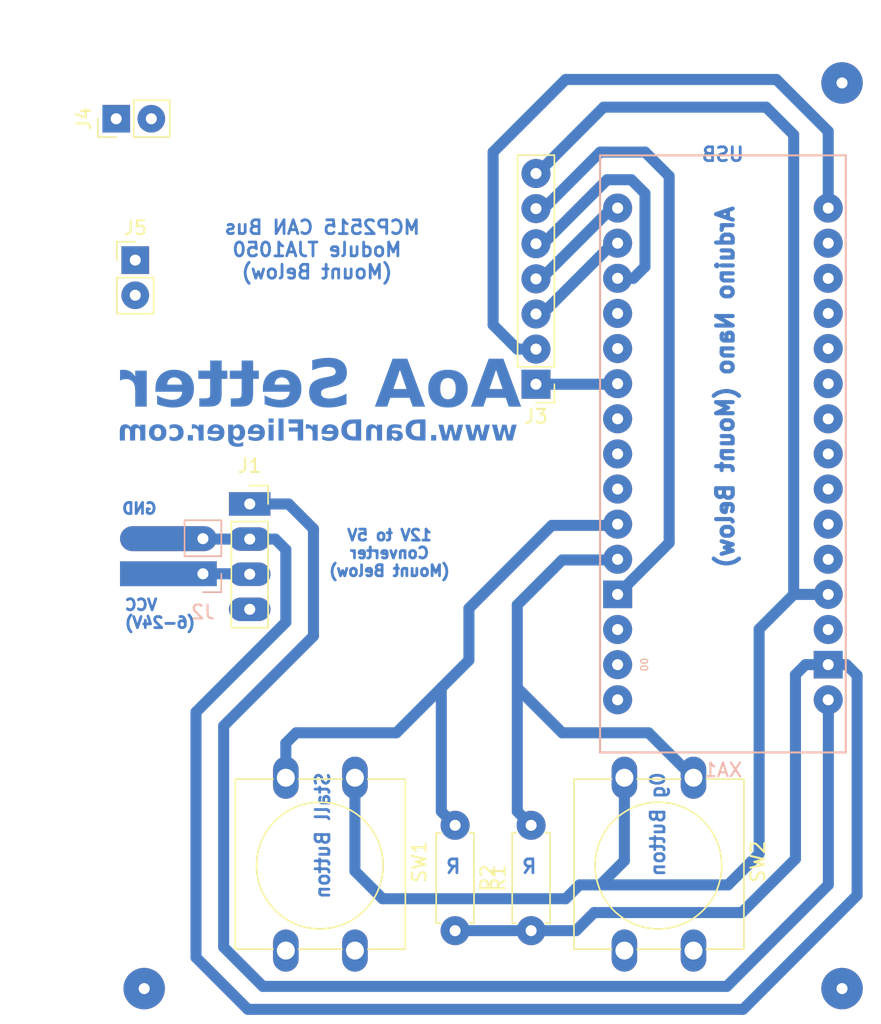
<source format=kicad_pcb>
(kicad_pcb (version 20221018) (generator pcbnew)
  (layers (0 "F.Cu" signal) (31 "B.Cu" signal) (34 "B.Paste" user) (35 "F.Paste" user) (36 "B.SilkS" user "B.Silkscreen") (37 "F.SilkS" user "F.Silkscreen") (38 "B.Mask" user) (39 "F.Mask" user) (44 "Edge.Cuts" user))
  (net 0 "")
  (net 1 "Net-(J3-Pin_7)")
  (net 19 "Net-(J1-Pin_1)")
  (net 20 "GND")
  (net 21 "+12V")
  (net 23 "Net-(J3-Pin_1)")
  (net 24 "Net-(J3-Pin_2)")
  (net 25 "Net-(J3-Pin_3)")
  (net 26 "Net-(J3-Pin_4)")
  (net 27 "Net-(J3-Pin_5)")
  (net 29 "Net-(J3-Pin_6)")
  (net 34 "Net-(XA1-D3_INT1)")
  (net 35 "Net-(XA1-D2_INT0)")
  (footprint "Button_Switch_THT:SW_PUSH-12mm" (layer "F.Cu") (at 116 95 -90)
    (fp_text reference "SW1" (at 6.08 -4.66 90) (layer "F.SilkS"))
    (fp_text value "SW_Push_Dual")
    (fp_line (start 0.1 -3.65) (end 12.4 -3.65) (stroke (width 0.12)) (layer "F.SilkS"))
    (fp_line (start 0.1 -0.93) (end 0.1 -3.65) (stroke (width 0.12)) (layer "F.SilkS"))
    (fp_line (start 0.1 4.07) (end 0.1 0.93) (stroke (width 0.12)) (layer "F.SilkS"))
    (fp_line (start 0.1 8.65) (end 0.1 5.93) (stroke (width 0.12)) (layer "F.SilkS"))
    (fp_line (start 12.4 -3.65) (end 12.4 -0.93) (stroke (width 0.12)) (layer "F.SilkS"))
    (fp_line (start 12.4 0.93) (end 12.4 4.07) (stroke (width 0.12)) (layer "F.SilkS"))
    (fp_line (start 12.4 5.93) (end 12.4 8.65) (stroke (width 0.12)) (layer "F.SilkS"))
    (fp_line (start 12.4 8.65) (end 0.1 8.65) (stroke (width 0.12)) (layer "F.SilkS"))
    (fp_circle (center 6.35 2.54) (end 10.16 5.08) (stroke (width 0.12)) (fill none) (layer "F.SilkS"))
    (pad "1" thru_hole oval (at 0 0 270) (size 3.048 1.85) (drill 1.3) (layers "*.Cu" "*.Mask") (net 1 "Net-(J3-Pin_7)"))
    (pad "1" thru_hole oval (at 12.5 0 270) (size 3.048 1.85) (drill 1.3) (layers "*.Cu" "*.Mask") (net 1 "Net-(J3-Pin_7)"))
    (pad "2" thru_hole oval (at 0 5 270) (size 3.048 1.85) (drill 1.3) (layers "*.Cu" "*.Mask") (net 34 "Net-(XA1-D3_INT1)"))
    (pad "2" thru_hole oval (at 12.5 5 270) (size 3.048 1.85) (drill 1.3) (layers "*.Cu" "*.Mask") (net 34 "Net-(XA1-D3_INT1)"))
  )
  (footprint "Connector_PinSocket_2.54mm:PinSocket_1x04_P2.54mm_Vertical" (layer "F.Cu") (at 108.3875 75.2)
    (fp_text reference "J1" (at 0 -2.77) (layer "F.SilkS"))
    (fp_text value "Conn_01x04")
    (fp_line (start -1.33 1.27) (end -1.33 8.95) (stroke (width 0.12)) (layer "F.SilkS"))
    (fp_line (start -1.33 1.27) (end 1.33 1.27) (stroke (width 0.12)) (layer "F.SilkS"))
    (fp_line (start -1.33 8.95) (end 1.33 8.95) (stroke (width 0.12)) (layer "F.SilkS"))
    (fp_line (start 0 -1.33) (end 1.33 -1.33) (stroke (width 0.12)) (layer "F.SilkS"))
    (fp_line (start 1.33 -1.33) (end 1.33 0) (stroke (width 0.12)) (layer "F.SilkS"))
    (fp_line (start 1.33 1.27) (end 1.33 8.95) (stroke (width 0.12)) (layer "F.SilkS"))
    (pad "1" thru_hole rect (at 0 0) (size 3 1.7) (drill 0.8) (layers "*.Cu" "*.Mask") (net 19 "Net-(J1-Pin_1)"))
    (pad "2" thru_hole oval (at 0 2.54) (size 3 1.7) (drill 0.8) (layers "*.Cu" "*.Mask") (net 20 "GND"))
    (pad "3" thru_hole oval (at 0 5.08) (size 3 1.7) (drill 0.8) (layers "*.Cu" "*.Mask") (net 21 "+12V"))
    (pad "4" thru_hole oval (at 0 7.62) (size 3 1.7) (drill 0.8) (layers "*.Cu" "*.Mask"))
  )
  (footprint "Resistor_THT:R_Axial_DIN0207_L6.3mm_D2.5mm_P7.62mm_Horizontal" (layer "F.Cu") (at 128.75 106.06 90)
    (fp_text reference "R1" (at 3.81 -2.37 90) (layer "F.SilkS"))
    (fp_text value "R")
    (fp_line (start 0.54 -1.37) (end 7.08 -1.37) (stroke (width 0.12)) (layer "F.SilkS"))
    (fp_line (start 0.54 -1.04) (end 0.54 -1.37) (stroke (width 0.12)) (layer "F.SilkS"))
    (fp_line (start 0.54 1.04) (end 0.54 1.37) (stroke (width 0.12)) (layer "F.SilkS"))
    (fp_line (start 0.54 1.37) (end 7.08 1.37) (stroke (width 0.12)) (layer "F.SilkS"))
    (fp_line (start 7.08 -1.37) (end 7.08 -1.04) (stroke (width 0.12)) (layer "F.SilkS"))
    (fp_line (start 7.08 1.37) (end 7.08 1.04) (stroke (width 0.12)) (layer "F.SilkS"))
    (pad "1" thru_hole circle (at 0 0 90) (size 2.1 2.1) (drill 0.8) (layers "*.Cu" "*.Mask") (net 20 "GND"))
    (pad "2" thru_hole circle (at 7.62 0 90) (size 2.1 2.1) (drill 0.8) (layers "*.Cu" "*.Mask") (net 35 "Net-(XA1-D2_INT0)"))
  )
  (footprint "Button_Switch_THT:SW_PUSH-12mm" (layer "F.Cu") (at 140.5 95 -90)
    (fp_text reference "SW2" (at 6.08 -4.66 -90) (layer "F.SilkS"))
    (fp_text value "SW_Push_Dual")
    (fp_line (start 0.1 -3.65) (end 12.4 -3.65) (stroke (width 0.12)) (layer "F.SilkS"))
    (fp_line (start 0.1 -0.93) (end 0.1 -3.65) (stroke (width 0.12)) (layer "F.SilkS"))
    (fp_line (start 0.1 4.07) (end 0.1 0.93) (stroke (width 0.12)) (layer "F.SilkS"))
    (fp_line (start 0.1 8.65) (end 0.1 5.93) (stroke (width 0.12)) (layer "F.SilkS"))
    (fp_line (start 12.4 -3.65) (end 12.4 -0.93) (stroke (width 0.12)) (layer "F.SilkS"))
    (fp_line (start 12.4 0.93) (end 12.4 4.07) (stroke (width 0.12)) (layer "F.SilkS"))
    (fp_line (start 12.4 5.93) (end 12.4 8.65) (stroke (width 0.12)) (layer "F.SilkS"))
    (fp_line (start 12.4 8.65) (end 0.1 8.65) (stroke (width 0.12)) (layer "F.SilkS"))
    (fp_circle (center 6.35 2.54) (end 10.16 5.08) (stroke (width 0.12)) (fill none) (layer "F.SilkS"))
    (pad "1" thru_hole oval (at 0 0 270) (size 3.048 1.85) (drill 1.3) (layers "*.Cu" "*.Mask") (net 35 "Net-(XA1-D2_INT0)"))
    (pad "1" thru_hole oval (at 12.5 0 270) (size 3.048 1.85) (drill 1.3) (layers "*.Cu" "*.Mask") (net 35 "Net-(XA1-D2_INT0)"))
    (pad "2" thru_hole oval (at 0 5 270) (size 3.048 1.85) (drill 1.3) (layers "*.Cu" "*.Mask") (net 1 "Net-(J3-Pin_7)"))
    (pad "2" thru_hole oval (at 12.5 5 270) (size 3.048 1.85) (drill 1.3) (layers "*.Cu" "*.Mask") (net 1 "Net-(J3-Pin_7)"))
  )
  (footprint "Connector_PinHeader_2.54mm:PinHeader_1x02_P2.54mm_Vertical" (layer "F.Cu") (at 100.1025 57.565)
    (fp_text reference "J5" (at 0 -2.33) (layer "F.SilkS"))
    (fp_text value "Conn_01x02_Pin")
    (fp_line (start -1.33 -1.33) (end 0 -1.33) (stroke (width 0.12)) (layer "F.SilkS"))
    (fp_line (start -1.33 0) (end -1.33 -1.33) (stroke (width 0.12)) (layer "F.SilkS"))
    (fp_line (start -1.33 1.27) (end -1.33 3.87) (stroke (width 0.12)) (layer "F.SilkS"))
    (fp_line (start -1.33 1.27) (end 1.33 1.27) (stroke (width 0.12)) (layer "F.SilkS"))
    (fp_line (start -1.33 3.87) (end 1.33 3.87) (stroke (width 0.12)) (layer "F.SilkS"))
    (fp_line (start 1.33 1.27) (end 1.33 3.87) (stroke (width 0.12)) (layer "F.SilkS"))
    (pad "1" thru_hole rect (at 0 0) (size 2 2) (drill 0.8) (layers "*.Cu" "*.Mask"))
    (pad "2" thru_hole oval (at 0 2.54) (size 2 2) (drill 0.8) (layers "*.Cu" "*.Mask"))
  )
  (footprint "Connector_PinHeader_2.54mm:PinHeader_1x02_P2.54mm_Vertical" (layer "F.Cu") (at 98.725 47.34 90)
    (fp_text reference "J4" (at 0 -2.33 90) (layer "F.SilkS"))
    (fp_text value "Conn_01x02_Pin")
    (fp_line (start -1.33 -1.33) (end 0 -1.33) (stroke (width 0.12)) (layer "F.SilkS"))
    (fp_line (start -1.33 0) (end -1.33 -1.33) (stroke (width 0.12)) (layer "F.SilkS"))
    (fp_line (start -1.33 1.27) (end -1.33 3.87) (stroke (width 0.12)) (layer "F.SilkS"))
    (fp_line (start -1.33 1.27) (end 1.33 1.27) (stroke (width 0.12)) (layer "F.SilkS"))
    (fp_line (start -1.33 3.87) (end 1.33 3.87) (stroke (width 0.12)) (layer "F.SilkS"))
    (fp_line (start 1.33 1.27) (end 1.33 3.87) (stroke (width 0.12)) (layer "F.SilkS"))
    (pad "1" thru_hole rect (at 0 0 90) (size 2 2) (drill 0.8) (layers "*.Cu" "*.Mask"))
    (pad "2" thru_hole oval (at 0 2.54 90) (size 2 2) (drill 0.8) (layers "*.Cu" "*.Mask"))
  )
  (footprint "Resistor_THT:R_Axial_DIN0207_L6.3mm_D2.5mm_P7.62mm_Horizontal" (layer "F.Cu") (at 123.25 98.44 -90)
    (fp_text reference "R2" (at 3.81 -2.37 90) (layer "F.SilkS"))
    (fp_text value "R")
    (fp_line (start 0.54 -1.37) (end 7.08 -1.37) (stroke (width 0.12)) (layer "F.SilkS"))
    (fp_line (start 0.54 -1.04) (end 0.54 -1.37) (stroke (width 0.12)) (layer "F.SilkS"))
    (fp_line (start 0.54 1.04) (end 0.54 1.37) (stroke (width 0.12)) (layer "F.SilkS"))
    (fp_line (start 0.54 1.37) (end 7.08 1.37) (stroke (width 0.12)) (layer "F.SilkS"))
    (fp_line (start 7.08 -1.37) (end 7.08 -1.04) (stroke (width 0.12)) (layer "F.SilkS"))
    (fp_line (start 7.08 1.37) (end 7.08 1.04) (stroke (width 0.12)) (layer "F.SilkS"))
    (pad "1" thru_hole circle (at 0 0 270) (size 2.1 2.1) (drill 0.8) (layers "*.Cu" "*.Mask") (net 34 "Net-(XA1-D3_INT1)"))
    (pad "2" thru_hole circle (at 7.62 0 270) (size 2.1 2.1) (drill 0.8) (layers "*.Cu" "*.Mask") (net 20 "GND"))
  )
  (footprint "Library:PinHeader_1x07_P2.54mm_Vertical" (layer "F.Cu") (at 129.1025 66.54 180)
    (fp_text reference "J3" (at 0 -2.33) (layer "F.SilkS"))
    (fp_text value "Conn_01x07_Pin")
    (fp_line (start -1.33 -1.33) (end 0 -1.33) (stroke (width 0.12)) (layer "F.SilkS"))
    (fp_line (start -1.33 0) (end -1.33 -1.33) (stroke (width 0.12)) (layer "F.SilkS"))
    (fp_line (start -1.33 1.27) (end -1.33 16.57) (stroke (width 0.12)) (layer "F.SilkS"))
    (fp_line (start -1.33 1.27) (end 1.33 1.27) (stroke (width 0.12)) (layer "F.SilkS"))
    (fp_line (start -1.33 16.57) (end 1.33 16.57) (stroke (width 0.12)) (layer "F.SilkS"))
    (fp_line (start 1.33 1.27) (end 1.33 16.57) (stroke (width 0.12)) (layer "F.SilkS"))
    (pad "1" thru_hole rect (at 0 0 180) (size 2.1 2.1) (drill 0.8) (layers "*.Cu" "*.Mask") (net 23 "Net-(J3-Pin_1)"))
    (pad "2" thru_hole oval (at 0 2.54 180) (size 2.1 2.1) (drill 0.8) (layers "*.Cu" "*.Mask") (net 24 "Net-(J3-Pin_2)"))
    (pad "3" thru_hole oval (at 0 5.08 180) (size 2.1 2.1) (drill 0.8) (layers "*.Cu" "*.Mask") (net 25 "Net-(J3-Pin_3)"))
    (pad "4" thru_hole oval (at 0 7.62 180) (size 2.1 2.1) (drill 0.8) (layers "*.Cu" "*.Mask") (net 26 "Net-(J3-Pin_4)"))
    (pad "5" thru_hole oval (at 0 10.16 180) (size 2.1 2.1) (drill 0.8) (layers "*.Cu" "*.Mask") (net 27 "Net-(J3-Pin_5)"))
    (pad "6" thru_hole oval (at 0 12.7 180) (size 2.1 2.1) (drill 0.8) (layers "*.Cu" "*.Mask") (net 29 "Net-(J3-Pin_6)"))
    (pad "7" thru_hole oval (at 0 15.24 180) (size 2.1 2.1) (drill 0.8) (layers "*.Cu" "*.Mask") (net 1 "Net-(J3-Pin_7)"))
  )
  (footprint "Connector_PinSocket_2.54mm:PinSocket_1x02_P2.54mm_Vertical" (layer "B.Cu") (at 105 80.25)
    (fp_text reference "J2" (at 0 2.77) (layer "B.SilkS") (effects (justify mirror)))
    (fp_text value "Conn_01x02_Socket")
    (fp_line (start -1.33 -3.87) (end 1.33 -3.87) (stroke (width 0.12)) (layer "B.SilkS"))
    (fp_line (start -1.33 -1.27) (end -1.33 -3.87) (stroke (width 0.12)) (layer "B.SilkS"))
    (fp_line (start -1.33 -1.27) (end 1.33 -1.27) (stroke (width 0.12)) (layer "B.SilkS"))
    (fp_line (start 0 1.33) (end 1.33 1.33) (stroke (width 0.12)) (layer "B.SilkS"))
    (fp_line (start 1.33 -1.27) (end 1.33 -3.87) (stroke (width 0.12)) (layer "B.SilkS"))
    (fp_line (start 1.33 1.33) (end 1.33 0) (stroke (width 0.12)) (layer "B.SilkS"))
    (pad "1" thru_hole rect (at 0 0) (size 7 1.8) (drill 0.8 (offset -2.5 0)) (layers "*.Cu" "*.Mask") (net 21 "+12V"))
    (pad "2" thru_hole oval (at 0 -2.54) (size 7 1.8) (drill 0.8 (offset -2.5 0)) (layers "*.Cu" "*.Mask") (net 20 "GND"))
  )
  (footprint "Library:Arduino_Nano_Socket" (layer "B.Cu") (at 142.63 49.99)
    (fp_text reference "XA1" (at 0 44.45) (layer "B.SilkS") (effects (justify mirror)))
    (fp_text value "Arduino_Nano_Socket")
    (fp_text user "D0" (at -5.715 36.83 270 unlocked) (layer "B.SilkS") (effects (font (size 0.5 0.5) (thickness 0.075)) (justify mirror)))
    (fp_text user "D0" (at -5.715 36.83 270 unlocked) (layer "F.SilkS") (effects (font (size 0.5 0.5) (thickness 0.075))))
    (fp_line (start -8.89 0) (end 8.89 0) (stroke (width 0.15)) (layer "B.SilkS"))
    (fp_line (start -8.89 43.18) (end -8.89 0) (stroke (width 0.15)) (layer "B.SilkS"))
    (fp_line (start -8.89 43.18) (end 8.89 43.18) (stroke (width 0.15)) (layer "B.SilkS"))
    (fp_line (start 8.89 43.18) (end 8.89 0) (stroke (width 0.15)) (layer "B.SilkS"))
    (pad "3V3" thru_hole circle (at 7.62 6.35) (size 2.1 2.1) (drill 0.8) (layers "*.Cu" "*.Mask"))
    (pad "5V" thru_hole circle (at 7.62 31.75) (size 2.1 2.1) (drill 0.8) (layers "*.Cu" "*.Mask") (net 1 "Net-(J3-Pin_7)"))
    (pad "A0" thru_hole circle (at 7.62 11.43) (size 2.1 2.1) (drill 0.8) (layers "*.Cu" "*.Mask"))
    (pad "A1" thru_hole circle (at 7.62 13.97) (size 2.1 2.1) (drill 0.8) (layers "*.Cu" "*.Mask"))
    (pad "A2" thru_hole circle (at 7.62 16.51) (size 2.1 2.1) (drill 0.8) (layers "*.Cu" "*.Mask"))
    (pad "A3" thru_hole circle (at 7.62 19.05) (size 2.1 2.1) (drill 0.8) (layers "*.Cu" "*.Mask"))
    (pad "A4" thru_hole circle (at 7.62 21.59) (size 2.1 2.1) (drill 0.8) (layers "*.Cu" "*.Mask"))
    (pad "A5" thru_hole circle (at 7.62 24.13) (size 2.1 2.1) (drill 0.8) (layers "*.Cu" "*.Mask"))
    (pad "A6" thru_hole circle (at 7.62 26.67) (size 2.1 2.1) (drill 0.8) (layers "*.Cu" "*.Mask"))
    (pad "A7" thru_hole circle (at 7.62 29.21) (size 2.1 2.1) (drill 0.8) (layers "*.Cu" "*.Mask"))
    (pad "AREF" thru_hole circle (at 7.62 8.89) (size 2.1 2.1) (drill 0.8) (layers "*.Cu" "*.Mask"))
    (pad "D0" thru_hole circle (at -7.62 36.83) (size 2.1 2.1) (drill 0.8) (layers "*.Cu" "*.Mask"))
    (pad "D1" thru_hole circle (at -7.62 39.37) (size 2.1 2.1) (drill 0.8) (layers "*.Cu" "*.Mask"))
    (pad "D2" thru_hole circle (at -7.62 29.21) (size 2.1 2.1) (drill 0.8) (layers "*.Cu" "*.Mask") (net 35 "Net-(XA1-D2_INT0)"))
    (pad "D3" thru_hole circle (at -7.62 26.67) (size 2.1 2.1) (drill 0.8) (layers "*.Cu" "*.Mask") (net 34 "Net-(XA1-D3_INT1)"))
    (pad "D4" thru_hole circle (at -7.62 24.13) (size 2.1 2.1) (drill 0.8) (layers "*.Cu" "*.Mask"))
    (pad "D5" thru_hole circle (at -7.62 21.59) (size 2.1 2.1) (drill 0.8) (layers "*.Cu" "*.Mask"))
    (pad "D6" thru_hole circle (at -7.62 19.05) (size 2.1 2.1) (drill 0.8) (layers "*.Cu" "*.Mask"))
    (pad "D7" thru_hole circle (at -7.62 16.51) (size 2.1 2.1) (drill 0.8) (layers "*.Cu" "*.Mask") (net 23 "Net-(J3-Pin_1)"))
    (pad "D8" thru_hole circle (at -7.62 13.97) (size 2.1 2.1) (drill 0.8) (layers "*.Cu" "*.Mask"))
    (pad "D9" thru_hole circle (at -7.62 11.43) (size 2.1 2.1) (drill 0.8) (layers "*.Cu" "*.Mask"))
    (pad "D10" thru_hole circle (at -7.62 8.89) (size 2.1 2.1) (drill 0.8) (layers "*.Cu" "*.Mask") (net 27 "Net-(J3-Pin_5)"))
    (pad "D11" thru_hole circle (at -7.62 6.35) (size 2.1 2.1) (drill 0.8) (layers "*.Cu" "*.Mask") (net 25 "Net-(J3-Pin_3)"))
    (pad "D12" thru_hole circle (at -7.62 3.81) (size 2.1 2.1) (drill 0.8) (layers "*.Cu" "*.Mask") (net 26 "Net-(J3-Pin_4)"))
    (pad "D13" thru_hole circle (at 7.62 3.81) (size 2.1 2.1) (drill 0.8) (layers "*.Cu" "*.Mask") (net 24 "Net-(J3-Pin_2)"))
    (pad "GND1" thru_hole rect (at -7.62 31.75) (size 2.1 2) (drill 0.8) (layers "*.Cu" "*.Mask") (net 29 "Net-(J3-Pin_6)"))
    (pad "GND2" thru_hole rect (at 7.62 36.83) (size 2.1 2) (drill 0.8) (layers "*.Cu" "*.Mask") (net 20 "GND"))
    (pad "RST1" thru_hole circle (at -7.62 34.29) (size 2.1 2.1) (drill 0.8) (layers "*.Cu" "*.Mask"))
    (pad "RST2" thru_hole circle (at 7.62 34.29) (size 2.1 2.1) (drill 0.8) (layers "*.Cu" "*.Mask"))
    (pad "VIN" thru_hole circle (at 7.62 39.37) (size 2.1 2.1) (drill 0.8) (layers "*.Cu" "*.Mask") (net 19 "Net-(J1-Pin_1)"))
  )
  (gr_text "R" (at 129.25 102) (layer "B.Cu") (effects (font (size 1 1) (thickness 0.2) bold) (justify left bottom mirror)))
  (gr_text "Stall Button" (at 114.25 94.5 90) (layer "B.Cu") (effects (font (size 1 1) (thickness 0.2) bold) (justify left bottom mirror)))
  (gr_text "USB" (at 144.25 50.5) (layer "B.Cu") (effects (font (size 1 1) (thickness 0.2) bold) (justify left bottom mirror)))
  (gr_text "www.DanDerFlieger.com" (at 113.3 69.99) (layer "B.Cu") (effects (font (size 1.5 1.5)) (justify mirror)))
  (gr_text "0g Button" (at 138.5 94.5 90) (layer "B.Cu") (effects (font (size 1 1) (thickness 0.2) bold) (justify left bottom mirror)))
  (gr_text "12V to 5V\nConverter\n(Mount Below)" (at 118.5 80.5) (layer "B.Cu") (effects (font (size 0.8 0.8) (thickness 0.2) bold) (justify bottom mirror)))
  (gr_text "Arduino Nano (Mount Below)" (at 143.5 66.75 90) (layer "B.Cu") (effects (font (size 1.2 1.2) (thickness 0.3) bold) (justify bottom mirror)))
  (gr_text "GND" (at 101.75 76) (layer "B.Cu") (effects (font (size 0.8 0.8) (thickness 0.2) bold) (justify left bottom mirror)))
  (gr_text "VCC\n(6-24V)" (at 99.25 84.25) (layer "B.Cu") (effects (font (size 0.8 0.8) (thickness 0.2) bold) (justify right bottom mirror)))
  (gr_text "AoA Setter" (at 113.52 66.75) (layer "B.Cu") (effects (font (size 3.4 3.4)) (justify mirror)))
  (gr_text "MCP2515 CAN Bus \nModule TJA1050\n(Mount Below)" (at 113.25 59) (layer "B.Cu") (effects (font (size 1 1) (thickness 0.2) bold) (justify bottom mirror)))
  (gr_text "R" (at 123.75 102) (layer "B.Cu") (effects (font (size 1 1) (thickness 0.2) bold) (justify left bottom mirror)))
  (via (at 100.75 110.25) (size 3) (drill 0.8) (layers "F.Cu" "B.Cu") (net 0))
  (via (at 151.25 44.75) (size 3) (drill 0.8) (layers "F.Cu" "B.Cu") (net 0))
  (via (at 151.25 110.25) (size 3) (drill 0.8) (layers "F.Cu" "B.Cu") (net 0))
  (segment (start 147.75 48.5) (end 147.75 81.74) (width 0.8) (layer "B.Cu") (net 1))
  (segment (start 143 102.75) (end 132.25 102.75) (width 0.8) (layer "B.Cu") (net 1))
  (segment (start 145.25 84.25) (end 145.25 100.5) (width 0.8) (layer "B.Cu") (net 1))
  (segment (start 145.75 46.5) (end 147.75 48.5) (width 0.8) (layer "B.Cu") (net 1))
  (segment (start 129.2 51.3) (end 134 46.5) (width 0.8) (layer "B.Cu") (net 1))
  (segment (start 135.5 101) (end 133.75 102.75) (width 0.8) (layer "B.Cu") (net 1))
  (segment (start 129.1025 51.3) (end 129.2 51.3) (width 0.8) (layer "B.Cu") (net 1))
  (segment (start 145.25 100.5) (end 143 102.75) (width 0.8) (layer "B.Cu") (net 1))
  (segment (start 132.25 102.75) (end 131.25 103.75) (width 0.8) (layer "B.Cu") (net 1))
  (segment (start 118 103.75) (end 116 101.75) (width 0.8) (layer "B.Cu") (net 1))
  (segment (start 150.25 81.74) (end 147.76 81.74) (width 0.8) (layer "B.Cu") (net 1))
  (segment (start 147.76 81.74) (end 145.25 84.25) (width 0.8) (layer "B.Cu") (net 1))
  (segment (start 131.25 103.75) (end 118 103.75) (width 0.8) (layer "B.Cu") (net 1))
  (segment (start 116 101.75) (end 116 95) (width 0.8) (layer "B.Cu") (net 1))
  (segment (start 135.5 95) (end 135.5 101) (width 0.8) (layer "B.Cu") (net 1))
  (segment (start 134 46.5) (end 145.75 46.5) (width 0.8) (layer "B.Cu") (net 1))
  (segment (start 106.5 91.25) (end 113 84.75) (width 0.8) (layer "B.Cu") (net 19))
  (segment (start 109.34 110.09) (end 106.5 107.25) (width 0.8) (layer "B.Cu") (net 19))
  (segment (start 111.2 75.2) (end 108.3875 75.2) (width 0.8) (layer "B.Cu") (net 19))
  (segment (start 113 84.75) (end 113 77) (width 0.8) (layer "B.Cu") (net 19))
  (segment (start 142.91 110.09) (end 109.34 110.09) (width 0.8) (layer "B.Cu") (net 19))
  (segment (start 113 77) (end 111.2 75.2) (width 0.8) (layer "B.Cu") (net 19))
  (segment (start 150.25 89.36) (end 150.26 89.37) (width 0.8) (layer "B.Cu") (net 19))
  (segment (start 150.26 89.37) (end 150.26 102.74) (width 0.8) (layer "B.Cu") (net 19))
  (segment (start 106.5 107.25) (end 106.5 91.25) (width 0.8) (layer "B.Cu") (net 19))
  (segment (start 150.26 102.74) (end 142.91 110.09) (width 0.8) (layer "B.Cu") (net 19))
  (segment (start 133.31 104.75) (end 132 106.06) (width 0.8) (layer "B.Cu") (net 20))
  (segment (start 147.88 87.55) (end 147.88 100.87) (width 0.8) (layer "B.Cu") (net 20))
  (segment (start 152.34 103.5) (end 152.34 87.59) (width 0.8) (layer "B.Cu") (net 20))
  (segment (start 144.09 111.75) (end 152.34 103.5) (width 0.8) (layer "B.Cu") (net 20))
  (segment (start 104.5 108) (end 108.25 111.75) (width 0.8) (layer "B.Cu") (net 20))
  (segment (start 108.3875 77.74) (end 105.03 77.74) (width 0.8) (layer "B.Cu") (net 20))
  (segment (start 108.3875 77.74) (end 110.24 77.74) (width 0.8) (layer "B.Cu") (net 20))
  (segment (start 108.25 111.75) (end 144.09 111.75) (width 0.8) (layer "B.Cu") (net 20))
  (segment (start 147.88 100.87) (end 144 104.75) (width 0.8) (layer "B.Cu") (net 20))
  (segment (start 152.34 87.59) (end 151.57 86.82) (width 0.8) (layer "B.Cu") (net 20))
  (segment (start 111 78.5) (end 111 83.75) (width 0.8) (layer "B.Cu") (net 20))
  (segment (start 111 83.75) (end 104.5 90.25) (width 0.8) (layer "B.Cu") (net 20))
  (segment (start 128.75 106.06) (end 123.25 106.06) (width 0.8) (layer "B.Cu") (net 20))
  (segment (start 144 104.75) (end 133.31 104.75) (width 0.8) (layer "B.Cu") (net 20))
  (segment (start 108.3875 77.74) (end 108.3975 77.75) (width 0.8) (layer "B.Cu") (net 20))
  (segment (start 110.24 77.74) (end 111 78.5) (width 0.8) (layer "B.Cu") (net 20))
  (segment (start 151.57 86.82) (end 148.61 86.82) (width 0.8) (layer "B.Cu") (net 20))
  (segment (start 104.5 90.25) (end 104.5 108) (width 0.8) (layer "B.Cu") (net 20))
  (segment (start 148.61 86.82) (end 147.88 87.55) (width 0.8) (layer "B.Cu") (net 20))
  (segment (start 132 106.06) (end 128.75 106.06) (width 0.8) (layer "B.Cu") (net 20))
  (segment (start 108.3575 80.25) (end 108.3875 80.28) (width 0.8) (layer "F.Cu") (net 21))
  (segment (start 107.3875 80.28) (end 108.3875 80.28) (width 0.8) (layer "F.Cu") (net 21))
  (segment (start 105 80.25) (end 108.3575 80.25) (width 0.8) (layer "B.Cu") (net 21))
  (segment (start 134.97 66.54) (end 129.1025 66.54) (width 0.8) (layer "B.Cu") (net 23))
  (segment (start 129.1025 66.54) (end 129.3925 66.25) (width 0.8) (layer "B.Cu") (net 23))
  (segment (start 135.01 66.5) (end 134.97 66.54) (width 0.8) (layer "B.Cu") (net 23))
  (segment (start 134.75 66.5) (end 135.01 66.5) (width 0.8) (layer "B.Cu") (net 23))
  (segment (start 129.1025 64) (end 127.75 64) (width 0.8) (layer "B.Cu") (net 24))
  (segment (start 126 62.25) (end 126 49.75) (width 0.8) (layer "B.Cu") (net 24))
  (segment (start 126 49.75) (end 131.25 44.5) (width 0.8) (layer "B.Cu") (net 24))
  (segment (start 127.75 64) (end 126 62.25) (width 0.8) (layer "B.Cu") (net 24))
  (segment (start 131.25 44.5) (end 146.5 44.5) (width 0.8) (layer "B.Cu") (net 24))
  (segment (start 146.5 44.5) (end 150.25 48.25) (width 0.8) (layer "B.Cu") (net 24))
  (segment (start 150.25 48.25) (end 150.25 53.8) (width 0.8) (layer "B.Cu") (net 24))
  (segment (start 134.67459 56.34) (end 135.01 56.34) (width 0.8) (layer "B.Cu") (net 25))
  (segment (start 129.1025 61.46) (end 129.55459 61.46) (width 0.8) (layer "B.Cu") (net 25))
  (segment (start 129.55459 61.46) (end 134.67459 56.34) (width 0.8) (layer "B.Cu") (net 25))
  (segment (start 134.58959 53.8) (end 134.75 53.8) (width 0.8) (layer "B.Cu") (net 26))
  (segment (start 129.46959 58.92) (end 134.58959 53.8) (width 0.8) (layer "B.Cu") (net 26))
  (segment (start 129.1025 58.92) (end 129.46959 58.92) (width 0.8) (layer "B.Cu") (net 26))
  (segment (start 136 51.75) (end 134.25 51.75) (width 0.8) (layer "B.Cu") (net 27))
  (segment (start 136.99 52.74) (end 136 51.75) (width 0.8) (layer "B.Cu") (net 27))
  (segment (start 134.25 51.75) (end 129.62 56.38) (width 0.8) (layer "B.Cu") (net 27))
  (segment (start 136.99 58.039181) (end 136.99 52.74) (width 0.8) (layer "B.Cu") (net 27))
  (segment (start 135.01 58.88) (end 136.149181 58.88) (width 0.8) (layer "B.Cu") (net 27))
  (segment (start 136.149181 58.88) (end 136.99 58.039181) (width 0.8) (layer "B.Cu") (net 27))
  (segment (start 129.495 56.38) (end 129.1025 56.38) (width 0.8) (layer "B.Cu") (net 27))
  (segment (start 129.62 56.38) (end 129.1025 56.38) (width 0.8) (layer "B.Cu") (net 27))
  (segment (start 129.66 53.84) (end 133.75 49.75) (width 0.8) (layer "B.Cu") (net 29))
  (segment (start 138.74 78.01) (end 135.01 81.74) (width 0.8) (layer "B.Cu") (net 29))
  (segment (start 129.1025 53.84) (end 129.66 53.84) (width 0.8) (layer "B.Cu") (net 29))
  (segment (start 133.75 49.75) (end 137 49.75) (width 0.8) (layer "B.Cu") (net 29))
  (segment (start 138.74 51.49) (end 138.74 78.01) (width 0.8) (layer "B.Cu") (net 29))
  (segment (start 137 49.75) (end 138.74 51.49) (width 0.8) (layer "B.Cu") (net 29))
  (segment (start 111.75 91.75) (end 111 92.5) (width 0.8) (layer "B.Cu") (net 34))
  (segment (start 119 91.75) (end 111.75 91.75) (width 0.8) (layer "B.Cu") (net 34))
  (segment (start 134.92 76.75) (end 130.25 76.75) (width 0.8) (layer "B.Cu") (net 34))
  (segment (start 135.01 76.66) (end 134.92 76.75) (width 0.8) (layer "B.Cu") (net 34))
  (segment (start 122.25 88.5) (end 119 91.75) (width 0.8) (layer "B.Cu") (net 34))
  (segment (start 111 92.5) (end 111 95) (width 0.8) (layer "B.Cu") (net 34))
  (segment (start 134.75 76.66) (end 135.01 76.66) (width 0.8) (layer "B.Cu") (net 34))
  (segment (start 123.25 98.44) (end 122.25 97.44) (width 0.8) (layer "B.Cu") (net 34))
  (segment (start 130.25 76.75) (end 124.25 82.75) (width 0.8) (layer "B.Cu") (net 34))
  (segment (start 122.25 97.44) (end 122.25 88.5) (width 0.8) (layer "B.Cu") (net 34))
  (segment (start 124.25 82.75) (end 124.25 86.5) (width 0.8) (layer "B.Cu") (net 34))
  (segment (start 124.25 86.5) (end 122.25 88.5) (width 0.8) (layer "B.Cu") (net 34))
  (segment (start 127.75 82.5) (end 131 79.25) (width 0.8) (layer "B.Cu") (net 35))
  (segment (start 127.75 97.44) (end 127.75 82.5) (width 0.8) (layer "B.Cu") (net 35))
  (segment (start 134.96 79.25) (end 135.01 79.2) (width 0.8) (layer "B.Cu") (net 35))
  (segment (start 131 91.75) (end 127.75 88.5) (width 0.8) (layer "B.Cu") (net 35))
  (segment (start 131 79.25) (end 134.96 79.25) (width 0.8) (layer "B.Cu") (net 35))
  (segment (start 140.5 95) (end 137.25 91.75) (width 0.8) (layer "B.Cu") (net 35))
  (segment (start 128.75 98.44) (end 127.75 97.44) (width 0.8) (layer "B.Cu") (net 35))
  (segment (start 137.25 91.75) (end 131 91.75) (width 0.8) (layer "B.Cu") (net 35))
)
</source>
